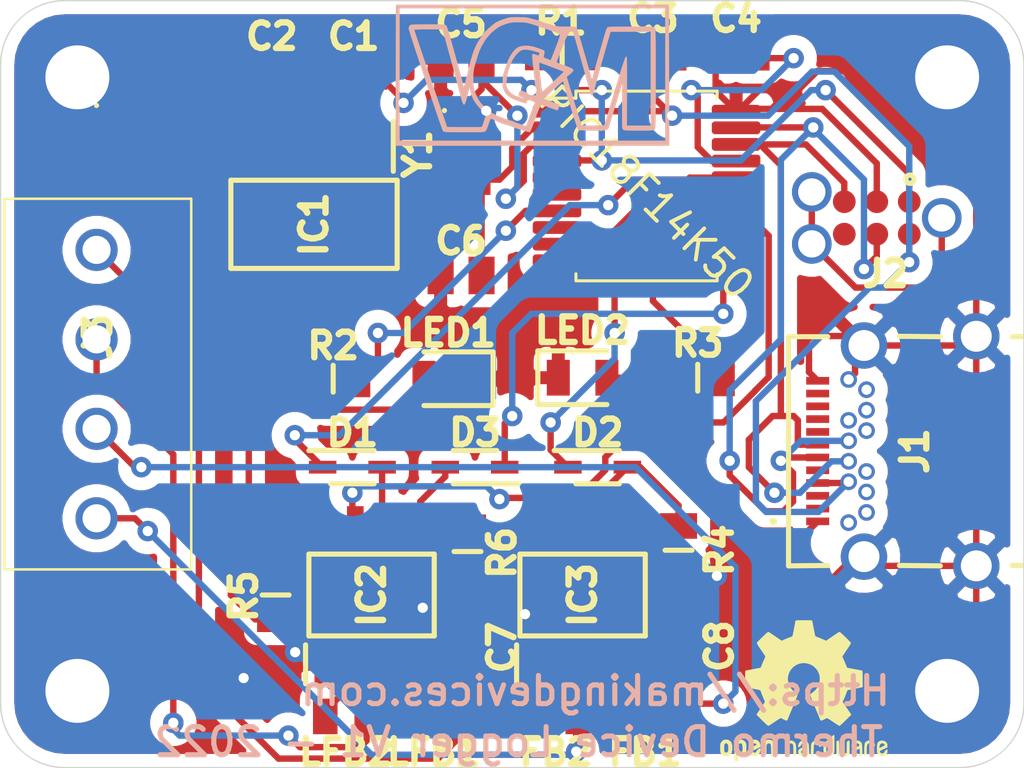
<source format=kicad_pcb>
(kicad_pcb (version 20171130) (host pcbnew "(5.1.12-1-g0a0a2da680)-1")
  (layers (0 F.Cu signal hide) (31 B.Cu signal hide) (34 B.Paste user) (35 F.Paste user) (36 B.SilkS user) (37 F.SilkS user) (38 B.Mask user) (39 F.Mask user) (44 Edge.Cuts user))
  (net 0 "")
  (net 1 GND)
  (net 2 +5V)
  (net 3 /3.3V)
  (net 4 "Net-(C4-Pad2)")
  (net 5 /Cyrstal1)
  (net 6 /Crystal2)
  (net 7 "Net-(D1-Pad2)")
  (net 8 /CS_1)
  (net 9 "Net-(D2-Pad2)")
  (net 10 /CS_2)
  (net 11 "Net-(D3-Pad2)")
  (net 12 /SCK)
  (net 13 "Net-(FB1-Pad2)")
  (net 14 "/ThermoCouple Modules/T+tcm2")
  (net 15 "Net-(FB2-Pad2)")
  (net 16 "/ThermoCouple Modules/T-tcm2")
  (net 17 "Net-(IC2-Pad8)")
  (net 18 /MISO)
  (net 19 "Net-(IC2-Pad3)")
  (net 20 "Net-(IC2-Pad2)")
  (net 21 "Net-(IC3-Pad8)")
  (net 22 "Net-(J1-PadB12)")
  (net 23 "Net-(J1-PadB11)")
  (net 24 "Net-(J1-PadB10)")
  (net 25 "Net-(J1-PadB8)")
  (net 26 /PGC)
  (net 27 /PGD)
  (net 28 "Net-(J1-PadB5)")
  (net 29 "Net-(J1-PadB4)")
  (net 30 "Net-(J1-PadB3)")
  (net 31 "Net-(J1-PadB2)")
  (net 32 "Net-(J1-PadA11)")
  (net 33 "Net-(J1-PadA10)")
  (net 34 "Net-(J1-PadA9)")
  (net 35 "Net-(J1-PadA8)")
  (net 36 "Net-(J1-PadA5)")
  (net 37 "Net-(J1-PadA3)")
  (net 38 "Net-(J1-PadA2)")
  (net 39 "Net-(J2-Pad6)")
  (net 40 /MCLR)
  (net 41 "/ThermoCouple Modules/T-tcm1")
  (net 42 "/ThermoCouple Modules/T+tcm1")
  (net 43 "Net-(LED1-Pad2)")
  (net 44 "Net-(LED2-Pad2)")
  (net 45 "Net-(R2-Pad1)")
  (net 46 "Net-(R3-Pad1)")
  (net 47 "Net-(U1-Pad12)")
  (net 48 "Net-(U1-Pad10)")
  (net 49 "Net-(U1-Pad9)")
  (net 50 "Net-(U1-Pad8)")
  (net 51 "Net-(U1-Pad6)")
  (net 52 "Net-(U1-Pad5)")
  (module Symbol:OSHW-Logo2_7.3x6mm_SilkScreen (layer F.Cu) (at 116.4 79.5)
    (fp_text reference REF** hide)
    (fp_text value OSHW-Logo2_7.3x6mm_SilkScreen hide)
  )
  (module MDV:logo_MDV_3 (layer B.Cu) (at 105.8 55.4 180)
    (fp_text reference G*** hide)
    (fp_text value LOGO hide)
  )
  (module Library_Loader:CX2520DB12000D0GPSC1 (layer F.Cu) (at 103 58.65 270)
    (fp_text reference Y1 (at -0.15 1.7 90) (layer F.SilkS) (effects (font (thickness 0.254))))
    (fp_text value 12Mhz hide)
    (pad 4 smd rect (at -0.85 -0.65) (size 1 1.2) (layers F.Cu F.Paste F.Mask) (net 1 GND))
    (pad 3 smd rect (at 0.85 -0.65) (size 1 1.2) (layers F.Cu F.Paste F.Mask) (net 6 /Crystal2))
    (pad 2 smd rect (at 0.85 0.65) (size 1 1.2) (layers F.Cu F.Paste F.Mask) (net 1 GND))
    (pad 1 smd rect (at -0.85 0.65) (size 1 1.2) (layers F.Cu F.Paste F.Mask) (net 5 /Cyrstal1))
  )
  (module Library_Loader:RESC2012X75N (layer F.Cu) (at 103.25 74.05 90)
    (fp_text reference R6 (at -0.05 1.35 90) (layer F.SilkS) (effects (font (thickness 0.254))))
    (fp_text value 10k hide)
    (pad 2 smd rect (at 0.95 0 90) (size 1 1.45) (layers F.Cu F.Paste F.Mask) (net 11 "Net-(D3-Pad2)"))
    (pad 1 smd rect (at -0.95 0 90) (size 1 1.45) (layers F.Cu F.Paste F.Mask) (net 3 /3.3V))
  )
  (module Library_Loader:RESC2012X75N (layer F.Cu) (at 95.75 75.75 90)
    (fp_text reference R5 (at -0.05 -1.25 90) (layer F.SilkS) (effects (font (thickness 0.254))))
    (fp_text value 10k hide)
    (pad 2 smd rect (at 0.95 0 90) (size 1 1.45) (layers F.Cu F.Paste F.Mask) (net 7 "Net-(D1-Pad2)"))
    (pad 1 smd rect (at -0.95 0 90) (size 1 1.45) (layers F.Cu F.Paste F.Mask) (net 3 /3.3V))
  )
  (module Library_Loader:RESC2012X75N (layer F.Cu) (at 111.5 74 90)
    (fp_text reference R4 (at 0 1.6 90) (layer F.SilkS) (effects (font (thickness 0.254))))
    (fp_text value 10k hide)
    (pad 2 smd rect (at 0.95 0 90) (size 1 1.45) (layers F.Cu F.Paste F.Mask) (net 9 "Net-(D2-Pad2)"))
    (pad 1 smd rect (at -0.95 0 90) (size 1 1.45) (layers F.Cu F.Paste F.Mask) (net 3 /3.3V))
  )
  (module Library_Loader:RESC2012X75N (layer F.Cu) (at 112.25 67.25 180)
    (fp_text reference R3 (at 0 1.35) (layer F.SilkS) (effects (font (thickness 0.254))))
    (fp_text value 220 hide)
    (pad 2 smd rect (at 0.95 0 180) (size 1 1.45) (layers F.Cu F.Paste F.Mask) (net 44 "Net-(LED2-Pad2)"))
    (pad 1 smd rect (at -0.95 0 180) (size 1 1.45) (layers F.Cu F.Paste F.Mask) (net 46 "Net-(R3-Pad1)"))
  )
  (module Library_Loader:RESC2012X75N (layer F.Cu) (at 98 67.29 180)
    (fp_text reference R2 (at 0 1.29) (layer F.SilkS) (effects (font (thickness 0.254))))
    (fp_text value 220 hide)
    (pad 2 smd rect (at 0.95 0 180) (size 1 1.45) (layers F.Cu F.Paste F.Mask) (net 43 "Net-(LED1-Pad2)"))
    (pad 1 smd rect (at -0.95 0 180) (size 1 1.45) (layers F.Cu F.Paste F.Mask) (net 45 "Net-(R2-Pad1)"))
  )
  (module Library_Loader:RESC2012X75N (layer F.Cu) (at 106.95 54.5 180)
    (fp_text reference R1 (at 0.05 1.2) (layer F.SilkS) (effects (font (thickness 0.254))))
    (fp_text value 10k hide)
    (pad 2 smd rect (at 0.95 0 180) (size 1 1.45) (layers F.Cu F.Paste F.Mask) (net 40 /MCLR))
    (pad 1 smd rect (at -0.95 0 180) (size 1 1.45) (layers F.Cu F.Paste F.Mask) (net 2 +5V))
  )
  (module Library_Loader:CAPC2012X90N (layer F.Cu) (at 98.5 80.5 180)
    (fp_text reference LFB2 (at 0 -1.4) (layer F.SilkS) (effects (font (thickness 0.254))))
    (fp_text value Ferrite hide)
    (pad 2 smd rect (at 0.81 0 180) (size 0.96 1.39) (layers F.Cu F.Paste F.Mask) (net 20 "Net-(IC2-Pad2)"))
    (pad 1 smd rect (at -0.81 0 180) (size 0.96 1.39) (layers F.Cu F.Paste F.Mask) (net 41 "/ThermoCouple Modules/T-tcm1"))
  )
  (module Library_Loader:CAPC2012X90N (layer F.Cu) (at 101.94 80.5 180)
    (fp_text reference LFB1 (at 0 -1.4) (layer F.SilkS) (effects (font (thickness 0.254))))
    (fp_text value Ferrite hide)
    (pad 2 smd rect (at 0.81 0 180) (size 0.96 1.39) (layers F.Cu F.Paste F.Mask) (net 19 "Net-(IC2-Pad3)"))
    (pad 1 smd rect (at -0.81 0 180) (size 0.96 1.39) (layers F.Cu F.Paste F.Mask) (net 42 "/ThermoCouple Modules/T+tcm1"))
  )
  (module Library_Loader:LEDC2012X90N (layer F.Cu) (at 107.75 67.25)
    (fp_text reference LED2 (at 0 -1.85) (layer F.SilkS) (effects (font (thickness 0.254))))
    (fp_text value Green hide)
    (pad 2 smd rect (at 0.95 0) (size 0.9 1.4) (layers F.Cu F.Paste F.Mask) (net 44 "Net-(LED2-Pad2)"))
    (pad 1 smd rect (at -0.95 0) (size 0.9 1.4) (layers F.Cu F.Paste F.Mask) (net 1 GND))
  )
  (module Library_Loader:LEDC2012X90N (layer F.Cu) (at 102.5 67.29 180)
    (fp_text reference LED1 (at 0 1.79) (layer F.SilkS) (effects (font (thickness 0.254))))
    (fp_text value Green hide)
    (pad 2 smd rect (at 0.95 0 180) (size 0.9 1.4) (layers F.Cu F.Paste F.Mask) (net 43 "Net-(LED1-Pad2)"))
    (pad 1 smd rect (at -0.95 0 180) (size 0.9 1.4) (layers F.Cu F.Paste F.Mask) (net 1 GND))
  )
  (module Library_Loader:1751264 (layer F.Cu) (at 88.75 62.25 270)
    (fp_text reference J3 (at 3.4 -0.05 90) (layer F.SilkS) (effects (font (thickness 0.254))))
    (fp_text value 4-terminal hide)
    (pad 4 thru_hole circle (at 10.5 0 270) (size 1.65 1.65) (drill 1.1) (layers *.Cu *.Mask) (net 16 "/ThermoCouple Modules/T-tcm2"))
    (pad 3 thru_hole circle (at 7 0 270) (size 1.65 1.65) (drill 1.1) (layers *.Cu *.Mask) (net 14 "/ThermoCouple Modules/T+tcm2"))
    (pad 2 thru_hole circle (at 3.5 0 270) (size 1.65 1.65) (drill 1.1) (layers *.Cu *.Mask) (net 41 "/ThermoCouple Modules/T-tcm1"))
    (pad 1 thru_hole circle (at 0 0 270) (size 1.65 1.65) (drill 1.1) (layers *.Cu *.Mask) (net 42 "/ThermoCouple Modules/T+tcm1"))
  )
  (module Library_Loader:TC2030-MCP-NL (layer F.Cu) (at 119.25 61 180)
    (fp_text reference J2 (at -0.343 -2.183) (layer F.SilkS) (effects (font (thickness 0.254))))
    (fp_text value TC2030-MCP-NL hide)
    (pad 9 thru_hole circle (at 2.54 1.016 180) (size 1.55 1.55) (drill 1.0668) (layers *.Cu *.Mask))
    (pad 8 thru_hole circle (at 2.54 -1.016 180) (size 1.55 1.55) (drill 1.0668) (layers *.Cu *.Mask))
    (pad 7 thru_hole circle (at -2.54 0 180) (size 1.55 1.55) (drill 1.0668) (layers *.Cu *.Mask))
    (pad 6 smd circle (at 1.27 -0.635 270) (size 0.889 0.889) (layers F.Cu F.Paste F.Mask) (net 39 "Net-(J2-Pad6)"))
    (pad 5 smd circle (at 1.27 0.635 270) (size 0.889 0.889) (layers F.Cu F.Paste F.Mask) (net 26 /PGC))
    (pad 4 smd circle (at 0 -0.635 270) (size 0.889 0.889) (layers F.Cu F.Paste F.Mask) (net 27 /PGD))
    (pad 3 smd circle (at 0 0.635 270) (size 0.889 0.889) (layers F.Cu F.Paste F.Mask) (net 1 GND))
    (pad 2 smd circle (at -1.27 -0.635 270) (size 0.889 0.889) (layers F.Cu F.Paste F.Mask) (net 2 +5V))
    (pad 1 smd circle (at -1.27 0.635 270) (size 0.889 0.889) (layers F.Cu F.Paste F.Mask) (net 40 /MCLR))
  )
  (module Library_Loader:2171830001 (layer F.Cu) (at 120.735 70.12 90)
    (fp_text reference J1 (at 0 0 90) (layer F.SilkS) (effects (font (thickness 0.254))))
    (fp_text value "Type - C" hide)
    (pad MH6 np_thru_hole circle (at -3.6 -3.235 90) (size 0.65 0) (drill 0.65) (layers *.Cu *.Mask))
    (pad MH5 np_thru_hole circle (at 3.6 -3.235 90) (size 1.15 0) (drill 1.15) (layers *.Cu *.Mask))
    (pad MH4 thru_hole circle (at 4.13 -1.985 90) (size 1.815 1.815) (drill 1.21) (layers *.Cu *.Mask) (net 1 GND))
    (pad MH3 thru_hole circle (at 4.49 2.405 90) (size 1.815 1.815) (drill 1.21) (layers *.Cu *.Mask) (net 1 GND))
    (pad MH2 thru_hole circle (at -4.49 2.405 90) (size 1.815 1.815) (drill 1.21) (layers *.Cu *.Mask) (net 1 GND))
    (pad MH1 thru_hole circle (at -4.13 -1.985 90) (size 1.815 1.815) (drill 1.21) (layers *.Cu *.Mask) (net 1 GND))
    (pad B12 thru_hole circle (at -2.8 -2.585 90) (size 0.65 0.65) (drill 0.4) (layers *.Cu *.Mask) (net 22 "Net-(J1-PadB12)"))
    (pad B11 thru_hole circle (at -2.4 -1.885 90) (size 0.65 0.65) (drill 0.4) (layers *.Cu *.Mask) (net 23 "Net-(J1-PadB11)"))
    (pad B10 thru_hole circle (at -1.6 -1.885 90) (size 0.65 0.65) (drill 0.4) (layers *.Cu *.Mask) (net 24 "Net-(J1-PadB10)"))
    (pad B9 thru_hole circle (at -1.2 -2.585 90) (size 0.65 0.65) (drill 0.4) (layers *.Cu *.Mask) (net 2 +5V))
    (pad B8 thru_hole circle (at -0.8 -1.885 90) (size 0.65 0.65) (drill 0.4) (layers *.Cu *.Mask) (net 25 "Net-(J1-PadB8)"))
    (pad B7 thru_hole circle (at -0.4 -2.585 90) (size 0.65 0.65) (drill 0.4) (layers *.Cu *.Mask) (net 26 /PGC))
    (pad B6 thru_hole circle (at 0.4 -2.585 90) (size 0.65 0.65) (drill 0.4) (layers *.Cu *.Mask) (net 27 /PGD))
    (pad B5 thru_hole circle (at 0.8 -1.885 90) (size 0.65 0.65) (drill 0.4) (layers *.Cu *.Mask) (net 28 "Net-(J1-PadB5)"))
    (pad B4 thru_hole circle (at 1.2 -2.585 90) (size 0.65 0.65) (drill 0.4) (layers *.Cu *.Mask) (net 29 "Net-(J1-PadB4)"))
    (pad B3 thru_hole circle (at 1.6 -1.885 90) (size 0.65 0.65) (drill 0.4) (layers *.Cu *.Mask) (net 30 "Net-(J1-PadB3)"))
    (pad B2 thru_hole circle (at 2.4 -1.885 90) (size 0.65 0.65) (drill 0.4) (layers *.Cu *.Mask) (net 31 "Net-(J1-PadB2)"))
    (pad B1 thru_hole circle (at 2.8 -2.585 90) (size 0.65 0.65) (drill 0.4) (layers *.Cu *.Mask) (net 1 GND))
    (pad A12 smd rect (at 2.75 -3.795 90) (size 0.3 0.9) (layers F.Cu F.Paste F.Mask) (net 1 GND))
    (pad A11 smd rect (at 2.25 -3.795 90) (size 0.3 0.9) (layers F.Cu F.Paste F.Mask) (net 32 "Net-(J1-PadA11)"))
    (pad A10 smd rect (at 1.75 -3.795 90) (size 0.3 0.9) (layers F.Cu F.Paste F.Mask) (net 33 "Net-(J1-PadA10)"))
    (pad A9 smd rect (at 1.25 -3.795 90) (size 0.3 0.9) (layers F.Cu F.Paste F.Mask) (net 34 "Net-(J1-PadA9)"))
    (pad A8 smd rect (at 0.75 -3.795 90) (size 0.3 0.9) (layers F.Cu F.Paste F.Mask) (net 35 "Net-(J1-PadA8)"))
    (pad A7 smd rect (at 0.25 -3.795 90) (size 0.3 0.9) (layers F.Cu F.Paste F.Mask) (net 26 /PGC))
    (pad A6 smd rect (at -0.25 -3.795 90) (size 0.3 0.9) (layers F.Cu F.Paste F.Mask) (net 27 /PGD))
    (pad A5 smd rect (at -0.75 -3.795 90) (size 0.3 0.9) (layers F.Cu F.Paste F.Mask) (net 36 "Net-(J1-PadA5)"))
    (pad A4 smd rect (at -1.25 -3.795 90) (size 0.3 0.9) (layers F.Cu F.Paste F.Mask) (net 2 +5V))
    (pad A3 smd rect (at -1.75 -3.795 90) (size 0.3 0.9) (layers F.Cu F.Paste F.Mask) (net 37 "Net-(J1-PadA3)"))
    (pad A2 smd rect (at -2.25 -3.795 90) (size 0.3 0.9) (layers F.Cu F.Paste F.Mask) (net 38 "Net-(J1-PadA2)"))
    (pad A1 smd rect (at -2.75 -3.795 90) (size 0.3 0.9) (layers F.Cu F.Paste F.Mask) (net 1 GND))
  )
  (module Library_Loader:SOIC127P600X175-8N (layer F.Cu) (at 107.75 75.75 90)
    (fp_text reference IC3 (at 0 0 90) (layer F.SilkS) (effects (font (thickness 0.254))))
    (fp_text value MAX31855KASA+ hide)
    (pad 8 smd rect (at 2.712 -1.905 180) (size 0.65 1.525) (layers F.Cu F.Paste F.Mask) (net 21 "Net-(IC3-Pad8)"))
    (pad 7 smd rect (at 2.712 -0.635 180) (size 0.65 1.525) (layers F.Cu F.Paste F.Mask) (net 18 /MISO))
    (pad 6 smd rect (at 2.712 0.635 180) (size 0.65 1.525) (layers F.Cu F.Paste F.Mask) (net 9 "Net-(D2-Pad2)"))
    (pad 5 smd rect (at 2.712 1.905 180) (size 0.65 1.525) (layers F.Cu F.Paste F.Mask) (net 11 "Net-(D3-Pad2)"))
    (pad 4 smd rect (at -2.712 1.905 180) (size 0.65 1.525) (layers F.Cu F.Paste F.Mask) (net 3 /3.3V))
    (pad 3 smd rect (at -2.712 0.635 180) (size 0.65 1.525) (layers F.Cu F.Paste F.Mask) (net 13 "Net-(FB1-Pad2)"))
    (pad 2 smd rect (at -2.712 -0.635 180) (size 0.65 1.525) (layers F.Cu F.Paste F.Mask) (net 15 "Net-(FB2-Pad2)"))
    (pad 1 smd rect (at -2.712 -1.905 180) (size 0.65 1.525) (layers F.Cu F.Paste F.Mask) (net 1 GND))
  )
  (module Library_Loader:SOIC127P600X175-8N (layer F.Cu) (at 99.5 75.75 90)
    (fp_text reference IC2 (at 0 0 90) (layer F.SilkS) (effects (font (thickness 0.254))))
    (fp_text value MAX31855KASA+ hide)
    (pad 8 smd rect (at 2.712 -1.905 180) (size 0.65 1.525) (layers F.Cu F.Paste F.Mask) (net 17 "Net-(IC2-Pad8)"))
    (pad 7 smd rect (at 2.712 -0.635 180) (size 0.65 1.525) (layers F.Cu F.Paste F.Mask) (net 18 /MISO))
    (pad 6 smd rect (at 2.712 0.635 180) (size 0.65 1.525) (layers F.Cu F.Paste F.Mask) (net 7 "Net-(D1-Pad2)"))
    (pad 5 smd rect (at 2.712 1.905 180) (size 0.65 1.525) (layers F.Cu F.Paste F.Mask) (net 11 "Net-(D3-Pad2)"))
    (pad 4 smd rect (at -2.712 1.905 180) (size 0.65 1.525) (layers F.Cu F.Paste F.Mask) (net 3 /3.3V))
    (pad 3 smd rect (at -2.712 0.635 180) (size 0.65 1.525) (layers F.Cu F.Paste F.Mask) (net 19 "Net-(IC2-Pad3)"))
    (pad 2 smd rect (at -2.712 -0.635 180) (size 0.65 1.525) (layers F.Cu F.Paste F.Mask) (net 20 "Net-(IC2-Pad2)"))
    (pad 1 smd rect (at -2.712 -1.905 180) (size 0.65 1.525) (layers F.Cu F.Paste F.Mask) (net 1 GND))
  )
  (module Library_Loader:SOT230P700X180-4N (layer F.Cu) (at 97.25 61.25 270)
    (fp_text reference IC1 (at 0 0 90) (layer F.SilkS) (effects (font (thickness 0.254))))
    (fp_text value TC1108-3.3VDBTR hide)
    (pad 4 smd rect (at 3.05 0 270) (size 1.95 3.2) (layers F.Cu F.Paste F.Mask) (net 1 GND))
    (pad 3 smd rect (at -3.05 2.3) (size 0.9 1.95) (layers F.Cu F.Paste F.Mask) (net 3 /3.3V))
    (pad 2 smd rect (at -3.05 0) (size 0.9 1.95) (layers F.Cu F.Paste F.Mask) (net 1 GND))
    (pad 1 smd rect (at -3.05 -2.3) (size 0.9 1.95) (layers F.Cu F.Paste F.Mask) (net 2 +5V))
  )
  (module Library_Loader:CAPC2012X90N (layer F.Cu) (at 106.75 80.5 180)
    (fp_text reference FB2 (at 0.05 -1.4) (layer F.SilkS) (effects (font (thickness 0.254))))
    (fp_text value 742792005 hide)
    (pad 2 smd rect (at 0.81 0 180) (size 0.96 1.39) (layers F.Cu F.Paste F.Mask) (net 15 "Net-(FB2-Pad2)"))
    (pad 1 smd rect (at -0.81 0 180) (size 0.96 1.39) (layers F.Cu F.Paste F.Mask) (net 16 "/ThermoCouple Modules/T-tcm2"))
  )
  (module Library_Loader:CAPC2012X90N (layer F.Cu) (at 110.19 80.5 180)
    (fp_text reference FB1 (at 0 -1.4) (layer F.SilkS) (effects (font (thickness 0.254))))
    (fp_text value 742792005 hide)
    (pad 2 smd rect (at 0.81 0 180) (size 0.96 1.39) (layers F.Cu F.Paste F.Mask) (net 13 "Net-(FB1-Pad2)"))
    (pad 1 smd rect (at -0.81 0 180) (size 0.96 1.39) (layers F.Cu F.Paste F.Mask) (net 14 "/ThermoCouple Modules/T+tcm2"))
  )
  (module Library_Loader:SOD2513X120N (layer F.Cu) (at 103.544 70.75 180)
    (fp_text reference D3 (at 0 1.35) (layer F.SilkS) (effects (font (thickness 0.254))))
    (fp_text value ZLLS410TA hide)
    (pad 2 smd rect (at 1.162 0 270) (size 0.5 1.075) (layers F.Cu F.Paste F.Mask) (net 11 "Net-(D3-Pad2)"))
    (pad 1 smd rect (at -1.162 0 270) (size 0.5 1.075) (layers F.Cu F.Paste F.Mask) (net 12 /SCK))
  )
  (module Library_Loader:SOD2513X120N (layer F.Cu) (at 108.338 70.75)
    (fp_text reference D2 (at 0 -1.35) (layer F.SilkS) (effects (font (thickness 0.254))))
    (fp_text value ZLLS410TA hide)
    (pad 2 smd rect (at 1.162 0 90) (size 0.5 1.075) (layers F.Cu F.Paste F.Mask) (net 9 "Net-(D2-Pad2)"))
    (pad 1 smd rect (at -1.162 0 90) (size 0.5 1.075) (layers F.Cu F.Paste F.Mask) (net 10 /CS_2))
  )
  (module Library_Loader:SOD2513X120N (layer F.Cu) (at 98.75 70.75)
    (fp_text reference D1 (at 0 -1.35) (layer F.SilkS) (effects (font (thickness 0.254))))
    (fp_text value ZLLS410TA hide)
    (pad 2 smd rect (at 1.162 0 90) (size 0.5 1.075) (layers F.Cu F.Paste F.Mask) (net 7 "Net-(D1-Pad2)"))
    (pad 1 smd rect (at -1.162 0 90) (size 0.5 1.075) (layers F.Cu F.Paste F.Mask) (net 8 /CS_1))
  )
  (module Library_Loader:CAPC2012X140N (layer F.Cu) (at 111.5 77.75 270)
    (fp_text reference C8 (at 0 -1.6 90) (layer F.SilkS) (effects (font (thickness 0.254))))
    (fp_text value 100nF hide)
    (pad 2 smd rect (at 0.8 0 270) (size 1.02 1.47) (layers F.Cu F.Paste F.Mask) (net 3 /3.3V))
    (pad 1 smd rect (at -0.8 0 270) (size 1.02 1.47) (layers F.Cu F.Paste F.Mask) (net 1 GND))
  )
  (module Library_Loader:CAPC2012X140N (layer F.Cu) (at 103.25 77.8 270)
    (fp_text reference C7 (at 0 -1.35 90) (layer F.SilkS) (effects (font (thickness 0.254))))
    (fp_text value 100nF hide)
    (pad 2 smd rect (at 0.8 0 270) (size 1.02 1.47) (layers F.Cu F.Paste F.Mask) (net 3 /3.3V))
    (pad 1 smd rect (at -0.8 0 270) (size 1.02 1.47) (layers F.Cu F.Paste F.Mask) (net 1 GND))
  )
  (module Library_Loader:CAPC2012X140N (layer F.Cu) (at 103 63.25)
    (fp_text reference C6 (at 0 -1.35) (layer F.SilkS) (effects (font (thickness 0.254))))
    (fp_text value 22pF hide)
    (pad 2 smd rect (at 0.8 0) (size 1.02 1.47) (layers F.Cu F.Paste F.Mask) (net 6 /Crystal2))
    (pad 1 smd rect (at -0.8 0) (size 1.02 1.47) (layers F.Cu F.Paste F.Mask) (net 1 GND))
  )
  (module Library_Loader:CAPC2012X140N (layer F.Cu) (at 103 54.75 180)
    (fp_text reference C5 (at 0 1.35) (layer F.SilkS) (effects (font (thickness 0.254))))
    (fp_text value 22pF hide)
    (pad 2 smd rect (at 0.8 0 180) (size 1.02 1.47) (layers F.Cu F.Paste F.Mask) (net 1 GND))
    (pad 1 smd rect (at -0.8 0 180) (size 1.02 1.47) (layers F.Cu F.Paste F.Mask) (net 5 /Cyrstal1))
  )
  (module Library_Loader:CAPC2012X140N (layer F.Cu) (at 113.75 54.5)
    (fp_text reference C4 (at 0 -1.3) (layer F.SilkS) (effects (font (thickness 0.254))))
    (fp_text value 1uF hide)
    (pad 2 smd rect (at 0.8 0) (size 1.02 1.47) (layers F.Cu F.Paste F.Mask) (net 4 "Net-(C4-Pad2)"))
    (pad 1 smd rect (at -0.8 0) (size 1.02 1.47) (layers F.Cu F.Paste F.Mask) (net 1 GND))
  )
  (module Library_Loader:CAPC2012X140N (layer F.Cu) (at 110.5 54.5 180)
    (fp_text reference C3 (at 0 1.3) (layer F.SilkS) (effects (font (thickness 0.254))))
    (fp_text value 1uF hide)
    (pad 2 smd rect (at 0.8 0 180) (size 1.02 1.47) (layers F.Cu F.Paste F.Mask) (net 2 +5V))
    (pad 1 smd rect (at -0.8 0 180) (size 1.02 1.47) (layers F.Cu F.Paste F.Mask) (net 1 GND))
  )
  (module Library_Loader:CAPC2012X140N (layer F.Cu) (at 95.55 55.25)
    (fp_text reference C2 (at 0.05 -1.35) (layer F.SilkS) (effects (font (thickness 0.254))))
    (fp_text value 1uF hide)
    (pad 2 smd rect (at 0.8 0) (size 1.02 1.47) (layers F.Cu F.Paste F.Mask) (net 1 GND))
    (pad 1 smd rect (at -0.8 0) (size 1.02 1.47) (layers F.Cu F.Paste F.Mask) (net 3 /3.3V))
  )
  (module Library_Loader:CAPC2012X140N (layer F.Cu) (at 98.8 55.25 180)
    (fp_text reference C1 (at 0 1.35) (layer F.SilkS) (effects (font (thickness 0.254))))
    (fp_text value 1uF hide)
    (pad 2 smd rect (at 0.8 0 180) (size 1.02 1.47) (layers F.Cu F.Paste F.Mask) (net 1 GND))
    (pad 1 smd rect (at -0.8 0 180) (size 1.02 1.47) (layers F.Cu F.Paste F.Mask) (net 2 +5V))
  )
  (module Package_SO:SSOP-20_5.3x7.2mm_P0.65mm (layer F.Cu) (at 110.25 59.75)
    (fp_text reference U1 hide)
    (fp_text value PIC18F14K50 (at 0 0.25 135) (layer F.SilkS) (effects (font (size 1.1 1.1))))
    (pad 20 smd roundrect (at 3.5 -2.925) (size 1.9 0.5) (layers F.Cu F.Paste F.Mask) (net 1 GND))
    (pad 19 smd roundrect (at 3.5 -2.275) (size 1.9 0.5) (layers F.Cu F.Paste F.Mask) (net 27 /PGD))
    (pad 18 smd roundrect (at 3.5 -1.625) (size 1.9 0.5) (layers F.Cu F.Paste F.Mask) (net 26 /PGC))
    (pad 17 smd roundrect (at 3.5 -0.975) (size 1.9 0.5) (layers F.Cu F.Paste F.Mask) (net 4 "Net-(C4-Pad2)"))
    (pad 16 smd roundrect (at 3.5 -0.325) (size 1.9 0.5) (layers F.Cu F.Paste F.Mask) (net 8 /CS_1))
    (pad 15 smd roundrect (at 3.5 0.325) (size 1.9 0.5) (layers F.Cu F.Paste F.Mask) (net 10 /CS_2))
    (pad 14 smd roundrect (at 3.5 0.975) (size 1.9 0.5) (layers F.Cu F.Paste F.Mask) (net 46 "Net-(R3-Pad1)"))
    (pad 13 smd roundrect (at 3.5 1.625) (size 1.9 0.5) (layers F.Cu F.Paste F.Mask) (net 18 /MISO))
    (pad 12 smd roundrect (at 3.5 2.275) (size 1.9 0.5) (layers F.Cu F.Paste F.Mask) (net 47 "Net-(U1-Pad12)"))
    (pad 11 smd roundrect (at 3.5 2.925) (size 1.9 0.5) (layers F.Cu F.Paste F.Mask) (net 12 /SCK))
    (pad 10 smd roundrect (at -3.5 2.925) (size 1.9 0.5) (layers F.Cu F.Paste F.Mask) (net 48 "Net-(U1-Pad10)"))
    (pad 9 smd roundrect (at -3.5 2.275) (size 1.9 0.5) (layers F.Cu F.Paste F.Mask) (net 49 "Net-(U1-Pad9)"))
    (pad 8 smd roundrect (at -3.5 1.625) (size 1.9 0.5) (layers F.Cu F.Paste F.Mask) (net 50 "Net-(U1-Pad8)"))
    (pad 7 smd roundrect (at -3.5 0.975) (size 1.9 0.5) (layers F.Cu F.Paste F.Mask) (net 45 "Net-(R2-Pad1)"))
    (pad 6 smd roundrect (at -3.5 0.325) (size 1.9 0.5) (layers F.Cu F.Paste F.Mask) (net 51 "Net-(U1-Pad6)"))
    (pad 5 smd roundrect (at -3.5 -0.325) (size 1.9 0.5) (layers F.Cu F.Paste F.Mask) (net 52 "Net-(U1-Pad5)"))
    (pad 4 smd roundrect (at -3.5 -0.975) (size 1.9 0.5) (layers F.Cu F.Paste F.Mask) (net 40 /MCLR))
    (pad 3 smd roundrect (at -3.5 -1.625) (size 1.9 0.5) (layers F.Cu F.Paste F.Mask) (net 5 /Cyrstal1))
    (pad 2 smd roundrect (at -3.5 -2.275) (size 1.9 0.5) (layers F.Cu F.Paste F.Mask) (net 6 /Crystal2))
    (pad 1 smd roundrect (at -3.5 -2.925) (size 1.9 0.5) (layers F.Cu F.Paste F.Mask) (net 2 +5V))
  )
  (gr_text Https://makingdevices.com (at 108.25 79.5) (layer B.SilkS) (effects (font (size 1.1 1.1) (thickness 0.2)) (justify mirror)))
  (gr_text "Thermo Device Logger V1 - 2022" (at 105.25 81.5) (layer B.SilkS) (effects (font (size 1.1 1.1) (thickness 0.2)) (justify mirror)))
  (gr_arc (start 87.5 55) (end 87.5 52.5) (angle -90) (layer Edge.Cuts) (width 0.05))
  (gr_arc (start 87.5 80) (end 85 80) (angle -90) (layer Edge.Cuts) (width 0.05))
  (gr_arc (start 122.5 80) (end 122.5 82.5) (angle -90) (layer Edge.Cuts) (width 0.05))
  (gr_arc (start 122.5 55) (end 125 55) (angle -90) (layer Edge.Cuts) (width 0.05))
  (gr_line (start 87.5 82.5) (end 122.5 82.5) (layer Edge.Cuts) (width 0.05))
  (gr_line (start 85 55) (end 85 80) (layer Edge.Cuts) (width 0.05))
  (gr_line (start 125 55) (end 125 80) (layer Edge.Cuts) (width 0.05))
  (gr_line (start 87.5 52.5) (end 122.5 52.5) (layer Edge.Cuts) (width 0.05))
  (segment (start 116.71 59.984) (end 116.71 62.016) (width 0.25) (layer F.Cu) (net 0))
  (segment (start 118.419001 63.725001) (end 121.524999 63.725001) (width 0.25) (layer F.Cu) (net 0))
  (segment (start 116.71 62.016) (end 118.419001 63.725001) (width 0.25) (layer F.Cu) (net 0))
  (segment (start 121.79 63.46) (end 121.79 61) (width 0.25) (layer F.Cu) (net 0))
  (segment (start 121.524999 63.725001) (end 121.79 63.46) (width 0.25) (layer F.Cu) (net 0))
  (via (at 122 55.5) (size 3.75) (drill 2.5) (layers F.Cu B.Cu) (net 1))
  (via (at 122 79.5) (size 3.75) (drill 2.5) (layers F.Cu B.Cu) (net 1))
  (via (at 88 79.5) (size 3.75) (drill 2.5) (layers F.Cu B.Cu) (net 1))
  (via (at 88 55.5) (size 3.75) (drill 2.5) (layers F.Cu B.Cu) (net 1))
  (segment (start 113.840165 56.734835) (end 113.75 56.825) (width 0.25) (layer F.Cu) (net 1))
  (segment (start 117.115416 56.734835) (end 113.840165 56.734835) (width 0.25) (layer F.Cu) (net 1))
  (segment (start 119.25 58.869419) (end 117.115416 56.734835) (width 0.25) (layer F.Cu) (net 1))
  (segment (start 119.25 60.365) (end 119.25 58.869419) (width 0.25) (layer F.Cu) (net 1))
  (segment (start 112.95 56.025) (end 113.75 56.825) (width 0.25) (layer F.Cu) (net 1))
  (segment (start 112.95 54.5) (end 112.95 56.025) (width 0.25) (layer F.Cu) (net 1))
  (segment (start 111.3 54.5) (end 112.95 54.5) (width 0.25) (layer F.Cu) (net 1))
  (segment (start 118.400001 66.087999) (end 118.400001 67.069999) (width 0.25) (layer F.Cu) (net 1))
  (segment (start 117.932001 65.619999) (end 118.400001 66.087999) (width 0.25) (layer F.Cu) (net 1))
  (segment (start 116.599999 66.087999) (end 117.067999 65.619999) (width 0.25) (layer F.Cu) (net 1))
  (segment (start 117.067999 65.619999) (end 117.932001 65.619999) (width 0.25) (layer F.Cu) (net 1))
  (segment (start 116.599999 67.029999) (end 116.599999 66.087999) (width 0.25) (layer F.Cu) (net 1))
  (segment (start 118.400001 67.069999) (end 118.15 67.32) (width 0.25) (layer F.Cu) (net 1))
  (segment (start 116.94 67.37) (end 116.599999 67.029999) (width 0.25) (layer F.Cu) (net 1))
  (segment (start 122.78 65.99) (end 123.14 65.63) (width 0.25) (layer F.Cu) (net 1))
  (segment (start 118.75 65.99) (end 122.78 65.99) (width 0.25) (layer F.Cu) (net 1))
  (segment (start 102.2 63.019998) (end 102.2 63.25) (width 0.25) (layer F.Cu) (net 1))
  (segment (start 111.3 53.515) (end 111.224999 53.439999) (width 0.25) (layer F.Cu) (net 1))
  (segment (start 111.3 54.5) (end 111.3 53.515) (width 0.25) (layer F.Cu) (net 1))
  (segment (start 102.2 54.269998) (end 102.2 54.75) (width 0.25) (layer F.Cu) (net 1))
  (segment (start 98 54.265) (end 98 55.25) (width 0.25) (layer F.Cu) (net 1))
  (segment (start 98.075001 54.189999) (end 98 54.265) (width 0.25) (layer F.Cu) (net 1))
  (segment (start 96.35 55.25) (end 98 55.25) (width 0.25) (layer F.Cu) (net 1))
  (segment (start 98 55.25) (end 98 54.5) (width 0.25) (layer F.Cu) (net 1))
  (segment (start 98 54.5) (end 98.25 54.25) (width 0.25) (layer F.Cu) (net 1))
  (segment (start 98 57.45) (end 97.25 58.2) (width 0.25) (layer F.Cu) (net 1))
  (segment (start 98 55.25) (end 98 57.45) (width 0.25) (layer F.Cu) (net 1))
  (segment (start 96.35 55.25) (end 96.35 54.6) (width 0.25) (layer F.Cu) (net 1))
  (segment (start 96.35 54.6) (end 95.5 53.75) (width 0.25) (layer F.Cu) (net 1))
  (segment (start 89.75 53.75) (end 88 55.5) (width 0.25) (layer F.Cu) (net 1))
  (segment (start 95.5 53.75) (end 89.75 53.75) (width 0.25) (layer F.Cu) (net 1))
  (segment (start 98.3 63.25) (end 97.25 64.3) (width 0.25) (layer F.Cu) (net 1))
  (segment (start 102.2 63.25) (end 98.3 63.25) (width 0.25) (layer F.Cu) (net 1))
  (segment (start 102.2 66.04) (end 102.2 63.25) (width 0.25) (layer F.Cu) (net 1))
  (segment (start 103.45 67.29) (end 102.2 66.04) (width 0.25) (layer F.Cu) (net 1))
  (segment (start 106.76 67.29) (end 106.8 67.25) (width 0.25) (layer F.Cu) (net 1))
  (segment (start 103.45 67.29) (end 106.76 67.29) (width 0.25) (layer F.Cu) (net 1))
  (segment (start 111.5 76.95) (end 112.86 76.95) (width 0.25) (layer F.Cu) (net 1))
  (via (at 96.512653 77.987347) (size 0.8) (drill 0.4) (layers F.Cu B.Cu) (net 1))
  (segment (start 96.987306 78.462) (end 96.512653 77.987347) (width 0.25) (layer F.Cu) (net 1))
  (segment (start 97.595 78.462) (end 96.987306 78.462) (width 0.25) (layer F.Cu) (net 1))
  (segment (start 96.512653 77.987347) (end 98.25 76.25) (width 0.25) (layer B.Cu) (net 1))
  (via (at 101.5 76.25) (size 0.8) (drill 0.4) (layers F.Cu B.Cu) (net 1))
  (segment (start 98.25 76.25) (end 101.5 76.25) (width 0.25) (layer B.Cu) (net 1))
  (segment (start 102.5 76.25) (end 103.25 77) (width 0.25) (layer F.Cu) (net 1))
  (segment (start 101.5 76.25) (end 102.5 76.25) (width 0.25) (layer F.Cu) (net 1))
  (segment (start 101.5 76.25) (end 105.25 76.25) (width 0.25) (layer B.Cu) (net 1))
  (via (at 105.5 76.5) (size 0.8) (drill 0.4) (layers F.Cu B.Cu) (net 1))
  (segment (start 105.25 76.25) (end 105.5 76.5) (width 0.25) (layer B.Cu) (net 1))
  (segment (start 105.5 78.117) (end 105.845 78.462) (width 0.25) (layer F.Cu) (net 1))
  (segment (start 105.5 76.5) (end 105.5 78.117) (width 0.25) (layer F.Cu) (net 1))
  (segment (start 105.5 76.5) (end 106.5 76.5) (width 0.25) (layer B.Cu) (net 1))
  (segment (start 106.5 76.5) (end 108 75) (width 0.25) (layer B.Cu) (net 1))
  (segment (start 108 75) (end 108.75 75) (width 0.25) (layer B.Cu) (net 1))
  (segment (start 108.75 75) (end 113 75) (width 0.25) (layer B.Cu) (net 1))
  (via (at 113 75) (size 0.8) (drill 0.4) (layers F.Cu B.Cu) (net 1))
  (segment (start 113 75.45) (end 111.5 76.95) (width 0.25) (layer F.Cu) (net 1))
  (segment (start 113 75) (end 113 75.45) (width 0.25) (layer F.Cu) (net 1))
  (segment (start 123.14 65.63) (end 123.14 74.61) (width 0.25) (layer F.Cu) (net 1))
  (segment (start 119.11 74.61) (end 118.75 74.25) (width 0.25) (layer F.Cu) (net 1))
  (segment (start 123.14 74.61) (end 119.11 74.61) (width 0.25) (layer F.Cu) (net 1))
  (segment (start 118.368 74.25) (end 116.618 76) (width 0.25) (layer F.Cu) (net 1))
  (segment (start 118.75 74.25) (end 118.368 74.25) (width 0.25) (layer F.Cu) (net 1))
  (segment (start 115.5 76) (end 114.655 75.155) (width 0.25) (layer F.Cu) (net 1))
  (segment (start 114.655 75.155) (end 116.94 72.87) (width 0.25) (layer F.Cu) (net 1))
  (segment (start 116.618 76) (end 115.5 76) (width 0.25) (layer F.Cu) (net 1))
  (segment (start 112.86 76.95) (end 114.655 75.155) (width 0.25) (layer F.Cu) (net 1))
  (segment (start 123.14 78.36) (end 122 79.5) (width 0.25) (layer F.Cu) (net 1))
  (segment (start 123.14 74.61) (end 123.14 78.36) (width 0.25) (layer F.Cu) (net 1))
  (segment (start 111.224999 53.439999) (end 103.029999 53.439999) (width 0.25) (layer F.Cu) (net 1))
  (segment (start 102.2 54.75) (end 101.639999 54.189999) (width 0.25) (layer F.Cu) (net 1))
  (segment (start 101.639999 54.189999) (end 98.075001 54.189999) (width 0.25) (layer F.Cu) (net 1))
  (segment (start 103.029999 53.439999) (end 102.2 54.269998) (width 0.25) (layer F.Cu) (net 1))
  (segment (start 102.35 63.1) (end 102.2 63.25) (width 0.25) (layer F.Cu) (net 1))
  (segment (start 102.35 59.5) (end 102.35 63.1) (width 0.25) (layer F.Cu) (net 1))
  (segment (start 113.825 56.825) (end 114.65 56) (width 0.25) (layer F.Cu) (net 1))
  (segment (start 113.75 56.825) (end 113.825 56.825) (width 0.25) (layer F.Cu) (net 1))
  (segment (start 116.176998 56) (end 116.926998 55.25) (width 0.25) (layer F.Cu) (net 1))
  (segment (start 114.65 56) (end 116.176998 56) (width 0.25) (layer F.Cu) (net 1))
  (segment (start 121.75 55.25) (end 122 55.5) (width 0.25) (layer F.Cu) (net 1))
  (segment (start 116.926998 55.25) (end 121.75 55.25) (width 0.25) (layer F.Cu) (net 1))
  (segment (start 122 55.5) (end 122 58) (width 0.25) (layer F.Cu) (net 1))
  (segment (start 123.14 59.14) (end 123.14 65.63) (width 0.25) (layer F.Cu) (net 1))
  (segment (start 122 58) (end 123.14 59.14) (width 0.25) (layer F.Cu) (net 1))
  (segment (start 88 79.5) (end 94 79.5) (width 0.25) (layer B.Cu) (net 1))
  (via (at 94.5 79) (size 0.8) (drill 0.4) (layers F.Cu B.Cu) (net 1))
  (segment (start 94 79.5) (end 94.5 79) (width 0.25) (layer B.Cu) (net 1))
  (segment (start 95.5 79) (end 96.512653 77.987347) (width 0.25) (layer F.Cu) (net 1))
  (segment (start 94.5 79) (end 95.5 79) (width 0.25) (layer F.Cu) (net 1))
  (segment (start 103.65 57.4) (end 103.85 57.4) (width 0.25) (layer F.Cu) (net 1))
  (segment (start 103.65 57.8) (end 103.65 57.55) (width 0.25) (layer F.Cu) (net 1))
  (via (at 103.982499 56.807805) (size 0.8) (drill 0.4) (layers F.Cu B.Cu) (net 1))
  (segment (start 103.65 57.140304) (end 103.982499 56.807805) (width 0.25) (layer F.Cu) (net 1))
  (segment (start 103.65 57.8) (end 103.65 57.140304) (width 0.25) (layer F.Cu) (net 1))
  (segment (start 103.874694 56.7) (end 103.5 56.7) (width 0.25) (layer B.Cu) (net 1))
  (segment (start 103.982499 56.807805) (end 103.874694 56.7) (width 0.25) (layer B.Cu) (net 1))
  (segment (start 103.5 56.7) (end 103 56.7) (width 0.25) (layer B.Cu) (net 1))
  (segment (start 104.5 56.7) (end 103.5 56.7) (width 0.25) (layer B.Cu) (net 1))
  (segment (start 120.52 61.635) (end 120.52 62.73) (width 0.25) (layer F.Cu) (net 2))
  (via (at 120.52 62.73) (size 0.8) (drill 0.4) (layers F.Cu B.Cu) (net 2))
  (segment (start 117.598001 55.274999) (end 116.725001 55.274999) (width 0.25) (layer B.Cu) (net 2))
  (segment (start 120.52 58.196998) (end 117.598001 55.274999) (width 0.25) (layer B.Cu) (net 2))
  (segment (start 120.52 62.73) (end 120.52 58.196998) (width 0.25) (layer B.Cu) (net 2))
  (segment (start 116.725001 55.274999) (end 115 57) (width 0.25) (layer B.Cu) (net 2))
  (via (at 111.25 57) (size 0.8) (drill 0.4) (layers F.Cu B.Cu) (net 2))
  (segment (start 115 57) (end 111.25 57) (width 0.25) (layer B.Cu) (net 2))
  (segment (start 109.7 55.45) (end 109.7 54.5) (width 0.25) (layer F.Cu) (net 2))
  (segment (start 111.25 57) (end 109.7 55.45) (width 0.25) (layer F.Cu) (net 2))
  (segment (start 111.075 56.825) (end 106.75 56.825) (width 0.25) (layer F.Cu) (net 2))
  (segment (start 111.25 57) (end 111.075 56.825) (width 0.25) (layer F.Cu) (net 2))
  (segment (start 109.7 54.5) (end 107.9 54.5) (width 0.25) (layer F.Cu) (net 2))
  (segment (start 106.75 56.825) (end 105.925 56) (width 0.25) (layer F.Cu) (net 2))
  (via (at 105.75 56) (size 0.8) (drill 0.4) (layers F.Cu B.Cu) (net 2))
  (segment (start 105.925 56) (end 105.75 56) (width 0.25) (layer F.Cu) (net 2))
  (segment (start 105.350001 55.600001) (end 101.649999 55.600001) (width 0.25) (layer B.Cu) (net 2))
  (segment (start 105.75 56) (end 105.350001 55.600001) (width 0.25) (layer B.Cu) (net 2))
  (via (at 100.75 56.5) (size 0.8) (drill 0.4) (layers F.Cu B.Cu) (net 2))
  (segment (start 101.649999 55.600001) (end 100.75 56.5) (width 0.25) (layer B.Cu) (net 2))
  (segment (start 100.75 56.4) (end 99.6 55.25) (width 0.25) (layer F.Cu) (net 2))
  (segment (start 100.75 56.5) (end 100.75 56.4) (width 0.25) (layer F.Cu) (net 2))
  (segment (start 99.55 55.3) (end 99.6 55.25) (width 0.25) (layer F.Cu) (net 2))
  (segment (start 99.55 58.2) (end 99.55 55.3) (width 0.25) (layer F.Cu) (net 2))
  (segment (start 118.1 71.37) (end 118.15 71.32) (width 0.25) (layer F.Cu) (net 2))
  (segment (start 116.94 71.37) (end 118.1 71.37) (width 0.25) (layer F.Cu) (net 2))
  (segment (start 119.524999 63.725001) (end 120.52 62.73) (width 0.25) (layer B.Cu) (net 2))
  (segment (start 114.524999 68.162999) (end 118.962997 63.725001) (width 0.25) (layer B.Cu) (net 2))
  (segment (start 118.962997 63.725001) (end 119.524999 63.725001) (width 0.25) (layer B.Cu) (net 2))
  (segment (start 114.524999 72.098001) (end 114.524999 68.162999) (width 0.25) (layer B.Cu) (net 2))
  (segment (start 114.926998 72.5) (end 114.524999 72.098001) (width 0.25) (layer B.Cu) (net 2))
  (segment (start 116.97 72.5) (end 114.926998 72.5) (width 0.25) (layer B.Cu) (net 2))
  (segment (start 118.15 71.32) (end 116.97 72.5) (width 0.25) (layer B.Cu) (net 2))
  (segment (start 94.75 58) (end 94.95 58.2) (width 0.25) (layer F.Cu) (net 3))
  (segment (start 94.75 55.25) (end 94.75 58) (width 0.25) (layer F.Cu) (net 3))
  (segment (start 104.310001 78.524999) (end 104.235 78.6) (width 0.25) (layer F.Cu) (net 3))
  (segment (start 104.235 78.6) (end 103.25 78.6) (width 0.25) (layer F.Cu) (net 3))
  (segment (start 104.310001 76.060001) (end 104.310001 78.524999) (width 0.25) (layer F.Cu) (net 3))
  (segment (start 103.25 75) (end 104.310001 76.060001) (width 0.25) (layer F.Cu) (net 3))
  (segment (start 101.543 78.6) (end 101.405 78.462) (width 0.25) (layer F.Cu) (net 3))
  (segment (start 103.25 78.6) (end 101.543 78.6) (width 0.25) (layer F.Cu) (net 3))
  (segment (start 111.412 78.462) (end 111.5 78.55) (width 0.25) (layer F.Cu) (net 3))
  (segment (start 109.655 78.462) (end 111.412 78.462) (width 0.25) (layer F.Cu) (net 3))
  (segment (start 110.25 76.2) (end 111.5 74.95) (width 0.25) (layer F.Cu) (net 3))
  (segment (start 110.25 77.530002) (end 110.25 76.2) (width 0.25) (layer F.Cu) (net 3))
  (segment (start 111.269998 78.55) (end 110.25 77.530002) (width 0.25) (layer F.Cu) (net 3))
  (segment (start 111.5 78.55) (end 111.269998 78.55) (width 0.25) (layer F.Cu) (net 3))
  (segment (start 94.95 76.7) (end 95.75 76.7) (width 0.25) (layer F.Cu) (net 3))
  (segment (start 94 75.75) (end 94.95 76.7) (width 0.25) (layer F.Cu) (net 3))
  (segment (start 94 73.75) (end 94 75.75) (width 0.25) (layer F.Cu) (net 3))
  (segment (start 94.699999 73.050001) (end 94 73.75) (width 0.25) (layer F.Cu) (net 3))
  (segment (start 94.699999 58.450001) (end 94.699999 73.050001) (width 0.25) (layer F.Cu) (net 3))
  (segment (start 94.95 58.2) (end 94.699999 58.450001) (width 0.25) (layer F.Cu) (net 3))
  (segment (start 101.405 77.4495) (end 101.405 78.462) (width 0.25) (layer F.Cu) (net 3))
  (segment (start 100.6555 76.7) (end 101.405 77.4495) (width 0.25) (layer F.Cu) (net 3))
  (segment (start 95.75 76.7) (end 100.6555 76.7) (width 0.25) (layer F.Cu) (net 3))
  (segment (start 109.655 77.4495) (end 109.655 78.462) (width 0.25) (layer F.Cu) (net 3))
  (segment (start 107.2055 75) (end 109.655 77.4495) (width 0.25) (layer F.Cu) (net 3))
  (segment (start 103.25 75) (end 107.2055 75) (width 0.25) (layer F.Cu) (net 3))
  (segment (start 112.8 58.775) (end 112.25 58.225) (width 0.25) (layer F.Cu) (net 4))
  (segment (start 113.75 58.775) (end 112.8 58.775) (width 0.25) (layer F.Cu) (net 4))
  (via (at 112 56) (size 0.8) (drill 0.4) (layers F.Cu B.Cu) (net 4))
  (segment (start 112.25 56.25) (end 112 56) (width 0.25) (layer F.Cu) (net 4))
  (segment (start 112.25 58.225) (end 112.25 56.25) (width 0.25) (layer F.Cu) (net 4))
  (segment (start 112 56) (end 114.5 56) (width 0.25) (layer B.Cu) (net 4))
  (via (at 116 54.75) (size 0.8) (drill 0.4) (layers F.Cu B.Cu) (net 4))
  (segment (start 114.75 56) (end 116 54.75) (width 0.25) (layer B.Cu) (net 4))
  (segment (start 114.5 56) (end 114.75 56) (width 0.25) (layer B.Cu) (net 4))
  (segment (start 114.8 54.75) (end 114.55 54.5) (width 0.25) (layer F.Cu) (net 4))
  (segment (start 116 54.75) (end 114.8 54.75) (width 0.25) (layer F.Cu) (net 4))
  (segment (start 102.2 57.65) (end 102.35 57.8) (width 0.25) (layer F.Cu) (net 5))
  (via (at 104.75 60.25) (size 0.8) (drill 0.4) (layers F.Cu B.Cu) (net 5))
  (segment (start 105.8 58.125) (end 106.75 58.125) (width 0.25) (layer F.Cu) (net 5))
  (segment (start 105.45001 59.54999) (end 105.45001 58.47499) (width 0.25) (layer F.Cu) (net 5))
  (segment (start 105.45001 58.47499) (end 105.8 58.125) (width 0.25) (layer F.Cu) (net 5))
  (segment (start 104.75 60.25) (end 105.45001 59.54999) (width 0.25) (layer F.Cu) (net 5))
  (segment (start 102.35 57.414998) (end 102.35 57.8) (width 0.25) (layer F.Cu) (net 5))
  (segment (start 103.8 55.964998) (end 102.35 57.414998) (width 0.25) (layer F.Cu) (net 5))
  (segment (start 103.8 54.75) (end 103.8 55.964998) (width 0.25) (layer F.Cu) (net 5))
  (via (at 105.2 57) (size 0.8) (drill 0.4) (layers F.Cu B.Cu) (net 5))
  (segment (start 105.2 59.8) (end 105.2 57) (width 0.25) (layer B.Cu) (net 5))
  (segment (start 104.75 60.25) (end 105.2 59.8) (width 0.25) (layer B.Cu) (net 5))
  (segment (start 103.8 55.6) (end 103.8 54.75) (width 0.25) (layer F.Cu) (net 5))
  (segment (start 105.2 57) (end 103.8 55.6) (width 0.25) (layer F.Cu) (net 5))
  (segment (start 103.8 59.25) (end 103.65 59.1) (width 0.25) (layer F.Cu) (net 6))
  (segment (start 103.65 59.1) (end 103.65 59) (width 0.25) (layer F.Cu) (net 6))
  (segment (start 103.8 59.65) (end 103.65 59.5) (width 0.25) (layer F.Cu) (net 6))
  (segment (start 103.8 63.25) (end 103.8 59.65) (width 0.25) (layer F.Cu) (net 6))
  (segment (start 103.65 59.5) (end 104.5 59.5) (width 0.25) (layer F.Cu) (net 6))
  (segment (start 104.5 59.5) (end 105 59) (width 0.25) (layer F.Cu) (net 6))
  (segment (start 105.8 57.475) (end 106.75 57.475) (width 0.25) (layer F.Cu) (net 6))
  (segment (start 105 58.275) (end 105.8 57.475) (width 0.25) (layer F.Cu) (net 6))
  (segment (start 105 59) (end 105 58.275) (width 0.25) (layer F.Cu) (net 6))
  (segment (start 99.912 72.815) (end 100.135 73.038) (width 0.25) (layer F.Cu) (net 7))
  (segment (start 99.912 70.75) (end 99.912 72.815) (width 0.25) (layer F.Cu) (net 7))
  (segment (start 99.3855 74.8) (end 95.75 74.8) (width 0.25) (layer F.Cu) (net 7))
  (segment (start 100.135 74.0505) (end 99.3855 74.8) (width 0.25) (layer F.Cu) (net 7))
  (segment (start 100.135 73.038) (end 100.135 74.0505) (width 0.25) (layer F.Cu) (net 7))
  (segment (start 111.93859 59.425) (end 111.86359 59.5) (width 0.25) (layer F.Cu) (net 8))
  (segment (start 113.75 59.425) (end 111.93859 59.425) (width 0.25) (layer F.Cu) (net 8))
  (segment (start 111.86359 59.5) (end 109.75 59.5) (width 0.25) (layer F.Cu) (net 8))
  (segment (start 109.75 59.5) (end 108.75 60.5) (width 0.25) (layer F.Cu) (net 8))
  (via (at 108.75 60.5) (size 0.8) (drill 0.4) (layers F.Cu B.Cu) (net 8))
  (segment (start 108.75 60.5) (end 107.25 60.5) (width 0.25) (layer B.Cu) (net 8))
  (segment (start 107.25 60.5) (end 98.25 69.5) (width 0.25) (layer B.Cu) (net 8))
  (via (at 96.5 69.5) (size 0.8) (drill 0.4) (layers F.Cu B.Cu) (net 8))
  (segment (start 98.25 69.5) (end 96.5 69.5) (width 0.25) (layer B.Cu) (net 8))
  (segment (start 96.5 69.662) (end 97.588 70.75) (width 0.25) (layer F.Cu) (net 8))
  (segment (start 96.5 69.5) (end 96.5 69.662) (width 0.25) (layer F.Cu) (net 8))
  (segment (start 111.5 73.05) (end 111.5 72.25) (width 0.25) (layer F.Cu) (net 9))
  (segment (start 110 70.75) (end 109.5 70.75) (width 0.25) (layer F.Cu) (net 9))
  (segment (start 111.5 72.25) (end 110 70.75) (width 0.25) (layer F.Cu) (net 9))
  (segment (start 108.385 71.865) (end 109.5 70.75) (width 0.25) (layer F.Cu) (net 9))
  (segment (start 108.385 73.038) (end 108.385 71.865) (width 0.25) (layer F.Cu) (net 9))
  (segment (start 113.75 60.075) (end 110.425 60.075) (width 0.25) (layer F.Cu) (net 10))
  (segment (start 110.425 60.075) (end 109 61.5) (width 0.25) (layer F.Cu) (net 10))
  (segment (start 109 61.5) (end 109 65.5) (width 0.25) (layer F.Cu) (net 10))
  (via (at 109 65.5) (size 0.8) (drill 0.4) (layers F.Cu B.Cu) (net 10))
  (segment (start 109 65.5) (end 109 66.5) (width 0.25) (layer B.Cu) (net 10))
  (via (at 106.5 69) (size 0.8) (drill 0.4) (layers F.Cu B.Cu) (net 10))
  (segment (start 109 66.5) (end 106.5 69) (width 0.25) (layer B.Cu) (net 10))
  (segment (start 106.5 70.074) (end 107.176 70.75) (width 0.25) (layer F.Cu) (net 10))
  (segment (start 106.5 69) (end 106.5 70.074) (width 0.25) (layer F.Cu) (net 10))
  (segment (start 102.382 70.75) (end 102.382 71.118) (width 0.25) (layer F.Cu) (net 11))
  (segment (start 101.405 72.095) (end 101.405 73.038) (width 0.25) (layer F.Cu) (net 11))
  (segment (start 102.382 71.118) (end 101.405 72.095) (width 0.25) (layer F.Cu) (net 11))
  (segment (start 109.655 73.038) (end 109.655 74.095) (width 0.25) (layer F.Cu) (net 11))
  (segment (start 109.655 74.095) (end 109.25 74.5) (width 0.25) (layer F.Cu) (net 11))
  (segment (start 109.25 74.5) (end 104.75 74.5) (width 0.25) (layer F.Cu) (net 11))
  (segment (start 103.35 73.1) (end 103.25 73.1) (width 0.25) (layer F.Cu) (net 11))
  (segment (start 104.75 74.5) (end 103.35 73.1) (width 0.25) (layer F.Cu) (net 11))
  (segment (start 101.467 73.1) (end 101.405 73.038) (width 0.25) (layer F.Cu) (net 11))
  (segment (start 103.25 73.1) (end 101.467 73.1) (width 0.25) (layer F.Cu) (net 11))
  (segment (start 104.706 70.75) (end 104.706 69.044) (width 0.25) (layer F.Cu) (net 12))
  (via (at 105 68.75) (size 0.8) (drill 0.4) (layers F.Cu B.Cu) (net 12))
  (segment (start 104.706 69.044) (end 105 68.75) (width 0.25) (layer F.Cu) (net 12))
  (segment (start 105 68.75) (end 105 65.5) (width 0.25) (layer B.Cu) (net 12))
  (segment (start 105 65.5) (end 105.25 65.25) (width 0.25) (layer B.Cu) (net 12))
  (segment (start 105.25 65.25) (end 105.75 64.75) (width 0.25) (layer B.Cu) (net 12))
  (via (at 113.25 64.75) (size 0.8) (drill 0.4) (layers F.Cu B.Cu) (net 12))
  (segment (start 105.75 64.75) (end 113.25 64.75) (width 0.25) (layer B.Cu) (net 12))
  (segment (start 113.25 63.175) (end 113.75 62.675) (width 0.25) (layer F.Cu) (net 12))
  (segment (start 113.25 64.75) (end 113.25 63.175) (width 0.25) (layer F.Cu) (net 12))
  (segment (start 108.385 79.505) (end 108.385 78.462) (width 0.25) (layer F.Cu) (net 13))
  (segment (start 109.38 80.5) (end 108.385 79.505) (width 0.25) (layer F.Cu) (net 13))
  (segment (start 88.75 69.25) (end 90.25 70.75) (width 0.25) (layer F.Cu) (net 14))
  (via (at 90.5 70.75) (size 0.8) (drill 0.4) (layers F.Cu B.Cu) (net 14))
  (segment (start 90.25 70.75) (end 90.5 70.75) (width 0.25) (layer F.Cu) (net 14))
  (via (at 113.25 80) (size 0.8) (drill 0.4) (layers F.Cu B.Cu) (net 14))
  (segment (start 111.5 80) (end 111 80.5) (width 0.25) (layer F.Cu) (net 14))
  (segment (start 113.25 80) (end 111.5 80) (width 0.25) (layer F.Cu) (net 14))
  (segment (start 113.725001 79.524999) (end 113.25 80) (width 0.25) (layer B.Cu) (net 14))
  (segment (start 113.725001 74.651999) (end 113.725001 79.524999) (width 0.25) (layer B.Cu) (net 14))
  (segment (start 109.823002 70.75) (end 113.725001 74.651999) (width 0.25) (layer B.Cu) (net 14))
  (segment (start 90.5 70.75) (end 109.823002 70.75) (width 0.25) (layer B.Cu) (net 14))
  (segment (start 107.115 79.11) (end 107.115 78.462) (width 0.25) (layer F.Cu) (net 15))
  (segment (start 105.94 80.285) (end 107.115 79.11) (width 0.25) (layer F.Cu) (net 15))
  (segment (start 105.94 80.5) (end 105.94 80.285) (width 0.25) (layer F.Cu) (net 15))
  (via (at 90.75 73.25) (size 0.8) (drill 0.4) (layers F.Cu B.Cu) (net 16))
  (segment (start 90.25 72.75) (end 90.75 73.25) (width 0.25) (layer F.Cu) (net 16))
  (segment (start 88.75 72.75) (end 90.25 72.75) (width 0.25) (layer F.Cu) (net 16))
  (segment (start 90.75 73.25) (end 99.5 82) (width 0.25) (layer B.Cu) (net 16))
  (via (at 107.5 81.875) (size 0.8) (drill 0.4) (layers F.Cu B.Cu) (net 16))
  (segment (start 107.375 82) (end 107.5 81.875) (width 0.25) (layer B.Cu) (net 16))
  (segment (start 99.5 82) (end 107.375 82) (width 0.25) (layer B.Cu) (net 16))
  (segment (start 107.5 80.56) (end 107.56 80.5) (width 0.25) (layer F.Cu) (net 16))
  (segment (start 107.5 81.875) (end 107.5 80.56) (width 0.25) (layer F.Cu) (net 16))
  (segment (start 107.115 73.038) (end 107.115 72.365) (width 0.25) (layer F.Cu) (net 18))
  (segment (start 106.700499 71.950499) (end 104.549501 71.950499) (width 0.25) (layer F.Cu) (net 18))
  (segment (start 107.115 72.365) (end 106.700499 71.950499) (width 0.25) (layer F.Cu) (net 18))
  (via (at 104.5 72) (size 0.8) (drill 0.4) (layers F.Cu B.Cu) (net 18))
  (segment (start 104.549501 71.950499) (end 104.5 72) (width 0.25) (layer F.Cu) (net 18))
  (segment (start 104.5 72) (end 104 71.5) (width 0.25) (layer B.Cu) (net 18))
  (via (at 98.75 71.75) (size 0.8) (drill 0.4) (layers F.Cu B.Cu) (net 18))
  (segment (start 99 71.5) (end 98.75 71.75) (width 0.25) (layer B.Cu) (net 18))
  (segment (start 104 71.5) (end 99 71.5) (width 0.25) (layer B.Cu) (net 18))
  (segment (start 98.75 72.923) (end 98.865 73.038) (width 0.25) (layer F.Cu) (net 18))
  (segment (start 98.75 71.75) (end 98.75 72.923) (width 0.25) (layer F.Cu) (net 18))
  (segment (start 107.115 73.038) (end 107.115 72.385) (width 0.25) (layer F.Cu) (net 18))
  (segment (start 108.637499 70.362501) (end 110 69) (width 0.25) (layer F.Cu) (net 18))
  (segment (start 108.637499 70.862501) (end 108.637499 70.362501) (width 0.25) (layer F.Cu) (net 18))
  (segment (start 107.115 72.385) (end 108.637499 70.862501) (width 0.25) (layer F.Cu) (net 18))
  (segment (start 113.260002 69) (end 114.5 67.760002) (width 0.25) (layer F.Cu) (net 18))
  (segment (start 110 69) (end 113.260002 69) (width 0.25) (layer F.Cu) (net 18))
  (segment (start 114.5 67.760002) (end 114.5 67.75) (width 0.25) (layer F.Cu) (net 18))
  (segment (start 114.7 61.375) (end 113.75 61.375) (width 0.25) (layer F.Cu) (net 18))
  (segment (start 115.02501 61.70001) (end 114.7 61.375) (width 0.25) (layer F.Cu) (net 18))
  (segment (start 115.02501 67.22499) (end 115.02501 61.70001) (width 0.25) (layer F.Cu) (net 18))
  (segment (start 114.5 67.75) (end 115.02501 67.22499) (width 0.25) (layer F.Cu) (net 18))
  (segment (start 100.135 79.505) (end 100.135 78.462) (width 0.25) (layer F.Cu) (net 19))
  (segment (start 101.13 80.5) (end 100.135 79.505) (width 0.25) (layer F.Cu) (net 19))
  (segment (start 98.865 79.11) (end 98.865 78.462) (width 0.25) (layer F.Cu) (net 20))
  (segment (start 97.69 80.285) (end 98.865 79.11) (width 0.25) (layer F.Cu) (net 20))
  (segment (start 97.69 80.5) (end 97.69 80.285) (width 0.25) (layer F.Cu) (net 20))
  (segment (start 116.479002 58.125) (end 113.75 58.125) (width 0.25) (layer F.Cu) (net 26))
  (segment (start 117.98 59.625998) (end 116.479002 58.125) (width 0.25) (layer F.Cu) (net 26))
  (segment (start 117.98 60.365) (end 117.98 59.625998) (width 0.25) (layer F.Cu) (net 26))
  (segment (start 118.15 70.52) (end 117.48 70.52) (width 0.25) (layer B.Cu) (net 26))
  (segment (start 117.48 70.52) (end 116.25 71.75) (width 0.25) (layer B.Cu) (net 26))
  (via (at 115.25 71.75) (size 0.8) (drill 0.4) (layers F.Cu B.Cu) (net 26))
  (segment (start 116.25 71.75) (end 115.25 71.75) (width 0.25) (layer B.Cu) (net 26))
  (segment (start 115.25 71.75) (end 114.25 70.75) (width 0.25) (layer F.Cu) (net 26))
  (segment (start 114.25 69.676998) (end 115.176998 68.75) (width 0.25) (layer F.Cu) (net 26))
  (segment (start 114.25 70.75) (end 114.25 69.676998) (width 0.25) (layer F.Cu) (net 26))
  (segment (start 116.254998 69.87) (end 116.94 69.87) (width 0.25) (layer F.Cu) (net 26))
  (segment (start 116.164999 69.780001) (end 116.254998 69.87) (width 0.25) (layer F.Cu) (net 26))
  (segment (start 116.164999 68.914999) (end 116.164999 69.780001) (width 0.25) (layer F.Cu) (net 26))
  (segment (start 116 68.75) (end 116.164999 68.914999) (width 0.25) (layer F.Cu) (net 26))
  (segment (start 115.5 58.938588) (end 115.5 68.75) (width 0.25) (layer F.Cu) (net 26))
  (segment (start 114.686412 58.125) (end 115.5 58.938588) (width 0.25) (layer F.Cu) (net 26))
  (segment (start 113.75 58.125) (end 114.686412 58.125) (width 0.25) (layer F.Cu) (net 26))
  (segment (start 115.5 68.75) (end 116 68.75) (width 0.25) (layer F.Cu) (net 26))
  (segment (start 115.176998 68.75) (end 115.5 68.75) (width 0.25) (layer F.Cu) (net 26))
  (segment (start 119.25 61.635) (end 119.25 62.5) (width 0.25) (layer F.Cu) (net 27))
  (via (at 118.75 63) (size 0.8) (drill 0.4) (layers F.Cu B.Cu) (net 27))
  (segment (start 119.25 62.5) (end 118.75 63) (width 0.25) (layer F.Cu) (net 27))
  (segment (start 118.75 63) (end 118.75 59.5) (width 0.25) (layer B.Cu) (net 27))
  (via (at 116.767415 57.459836) (size 0.8) (drill 0.4) (layers F.Cu B.Cu) (net 27))
  (segment (start 116.767415 57.517415) (end 116.767415 57.459836) (width 0.25) (layer B.Cu) (net 27))
  (segment (start 118.75 59.5) (end 116.767415 57.517415) (width 0.25) (layer B.Cu) (net 27))
  (segment (start 113.765164 57.459836) (end 113.75 57.475) (width 0.25) (layer F.Cu) (net 27))
  (segment (start 116.767415 57.459836) (end 113.765164 57.459836) (width 0.25) (layer F.Cu) (net 27))
  (segment (start 118.15 69.72) (end 116.53 69.72) (width 0.25) (layer B.Cu) (net 27))
  (segment (start 116.53 69.72) (end 116.53 69.78) (width 0.25) (layer B.Cu) (net 27))
  (segment (start 116.53 69.72) (end 116.28 69.72) (width 0.25) (layer B.Cu) (net 27))
  (via (at 115.5 70.5) (size 0.8) (drill 0.4) (layers F.Cu B.Cu) (net 27))
  (segment (start 116.28 69.72) (end 115.5 70.5) (width 0.25) (layer B.Cu) (net 27))
  (segment (start 115.63 70.37) (end 116.94 70.37) (width 0.25) (layer F.Cu) (net 27))
  (segment (start 115.5 70.5) (end 115.63 70.37) (width 0.25) (layer F.Cu) (net 27))
  (segment (start 114.901999 72.475001) (end 113.5 71.073002) (width 0.25) (layer F.Cu) (net 27))
  (segment (start 115.598001 72.475001) (end 114.901999 72.475001) (width 0.25) (layer F.Cu) (net 27))
  (segment (start 115.975001 72.098001) (end 115.598001 72.475001) (width 0.25) (layer F.Cu) (net 27))
  (segment (start 115.975001 70.975001) (end 115.975001 72.098001) (width 0.25) (layer F.Cu) (net 27))
  (segment (start 115.5 70.5) (end 115.975001 70.975001) (width 0.25) (layer F.Cu) (net 27))
  (via (at 113.5 70.5) (size 0.8) (drill 0.4) (layers F.Cu B.Cu) (net 27))
  (segment (start 113.5 71.073002) (end 113.5 70.5) (width 0.25) (layer F.Cu) (net 27))
  (segment (start 115.5 58.727251) (end 116.767415 57.459836) (width 0.25) (layer B.Cu) (net 27))
  (segment (start 115.5 65.75) (end 115.5 58.727251) (width 0.25) (layer B.Cu) (net 27))
  (segment (start 113.5 67.75) (end 115.5 65.75) (width 0.25) (layer B.Cu) (net 27))
  (segment (start 113.5 70.5) (end 113.5 67.75) (width 0.25) (layer B.Cu) (net 27))
  (segment (start 120.52 60.365) (end 120.52 59.27) (width 0.25) (layer F.Cu) (net 40))
  (via (at 117.25 56) (size 0.8) (drill 0.4) (layers F.Cu B.Cu) (net 40))
  (segment (start 120.52 59.27) (end 117.25 56) (width 0.25) (layer F.Cu) (net 40))
  (segment (start 116.684315 56) (end 113.934315 58.75) (width 0.25) (layer B.Cu) (net 40))
  (segment (start 117.25 56) (end 116.684315 56) (width 0.25) (layer B.Cu) (net 40))
  (via (at 108.5 58.75) (size 0.8) (drill 0.4) (layers F.Cu B.Cu) (net 40))
  (segment (start 113.934315 58.75) (end 108.5 58.75) (width 0.25) (layer B.Cu) (net 40))
  (segment (start 106.775 58.75) (end 106.75 58.775) (width 0.25) (layer F.Cu) (net 40))
  (segment (start 108.5 58.75) (end 106.775 58.75) (width 0.25) (layer F.Cu) (net 40))
  (via (at 108.5 56) (size 0.8) (drill 0.4) (layers F.Cu B.Cu) (net 40))
  (segment (start 107.5 56) (end 108.5 56) (width 0.25) (layer F.Cu) (net 40))
  (segment (start 106 54.5) (end 107.5 56) (width 0.25) (layer F.Cu) (net 40))
  (segment (start 108.5 56) (end 108.5 58.75) (width 0.25) (layer B.Cu) (net 40))
  (segment (start 99.31 81.445) (end 99.31 80.5) (width 0.25) (layer F.Cu) (net 41))
  (segment (start 99.05502 81.69998) (end 99.31 81.445) (width 0.25) (layer F.Cu) (net 41))
  (segment (start 96.69998 81.69998) (end 99.05502 81.69998) (width 0.25) (layer F.Cu) (net 41))
  (via (at 96.25 81.25) (size 0.8) (drill 0.4) (layers F.Cu B.Cu) (net 41))
  (segment (start 96.69998 81.69998) (end 96.25 81.25) (width 0.25) (layer F.Cu) (net 41))
  (segment (start 96.25 81.25) (end 92 81.25) (width 0.25) (layer B.Cu) (net 41))
  (segment (start 92 81.25) (end 91.75 81) (width 0.25) (layer B.Cu) (net 41))
  (via (at 91.75 80.75) (size 0.8) (drill 0.4) (layers F.Cu B.Cu) (net 41))
  (segment (start 91.75 81) (end 91.75 80.75) (width 0.25) (layer B.Cu) (net 41))
  (segment (start 88.75 67.25) (end 88.75 65.75) (width 0.25) (layer F.Cu) (net 41))
  (segment (start 91.75 70.25) (end 88.75 67.25) (width 0.25) (layer F.Cu) (net 41))
  (segment (start 91.75 80.75) (end 91.75 70.25) (width 0.25) (layer F.Cu) (net 41))
  (segment (start 88.75 62.25) (end 92.75 66.25) (width 0.25) (layer F.Cu) (net 42))
  (segment (start 92.75 79.036408) (end 95.863582 82.14999) (width 0.25) (layer F.Cu) (net 42))
  (segment (start 92.75 66.25) (end 92.75 79.036408) (width 0.25) (layer F.Cu) (net 42))
  (segment (start 95.863582 82.14999) (end 102.10001 82.14999) (width 0.25) (layer F.Cu) (net 42))
  (segment (start 102.75 81.5) (end 102.75 80.5) (width 0.25) (layer F.Cu) (net 42))
  (segment (start 102.10001 82.14999) (end 102.75 81.5) (width 0.25) (layer F.Cu) (net 42))
  (segment (start 97.05 67.8) (end 97.05 67.29) (width 0.25) (layer F.Cu) (net 43))
  (segment (start 97.75 68.5) (end 97.05 67.8) (width 0.25) (layer F.Cu) (net 43))
  (segment (start 101 68.5) (end 97.75 68.5) (width 0.25) (layer F.Cu) (net 43))
  (segment (start 101.55 67.95) (end 101 68.5) (width 0.25) (layer F.Cu) (net 43))
  (segment (start 101.55 67.29) (end 101.55 67.95) (width 0.25) (layer F.Cu) (net 43))
  (segment (start 108.7 67.25) (end 111.3 67.25) (width 0.25) (layer F.Cu) (net 44))
  (via (at 104.75 61.5) (size 0.8) (drill 0.4) (layers F.Cu B.Cu) (net 45))
  (segment (start 105.525 60.725) (end 104.75 61.5) (width 0.25) (layer F.Cu) (net 45))
  (segment (start 106.75 60.725) (end 105.525 60.725) (width 0.25) (layer F.Cu) (net 45))
  (segment (start 104.75 61.5) (end 100.75 65.5) (width 0.25) (layer B.Cu) (net 45))
  (via (at 99.75 65.5) (size 0.8) (drill 0.4) (layers F.Cu B.Cu) (net 45))
  (segment (start 100.75 65.5) (end 99.75 65.5) (width 0.25) (layer B.Cu) (net 45))
  (segment (start 99.75 66.49) (end 98.95 67.29) (width 0.25) (layer F.Cu) (net 45))
  (segment (start 99.75 65.5) (end 99.75 66.49) (width 0.25) (layer F.Cu) (net 45))
  (segment (start 111.275 60.725) (end 113.75 60.725) (width 0.25) (layer F.Cu) (net 46))
  (segment (start 110.5 61.5) (end 111.275 60.725) (width 0.25) (layer F.Cu) (net 46))
  (segment (start 110.5 64.25) (end 110.5 61.5) (width 0.25) (layer F.Cu) (net 46))
  (segment (start 113.2 66.95) (end 110.5 64.25) (width 0.25) (layer F.Cu) (net 46))
  (segment (start 113.2 67.25) (end 113.2 66.95) (width 0.25) (layer F.Cu) (net 46))
  (zone (net 1) (net_name GND) (layer F.Cu) (connect_pads (clearance 0.508)) (min_thickness 0.254) (fill yes (arc_segments 32) (thermal_gap 0.508) (thermal_bridge_width 0.508))
    (polygon (pts (xy 125 82.5) (xy 85 82.5) (xy 85 52.5) (xy 125 52.5)))
  )
  (zone (net 1) (net_name GND) (layer B.Cu) (connect_pads (clearance 0.508)) (min_thickness 0.254) (fill yes (arc_segments 32) (thermal_gap 0.508) (thermal_bridge_width 0.508))
    (polygon (pts (xy 125 82.5) (xy 85 82.5) (xy 85 52.5) (xy 125 52.5)))
  )
)
</source>
